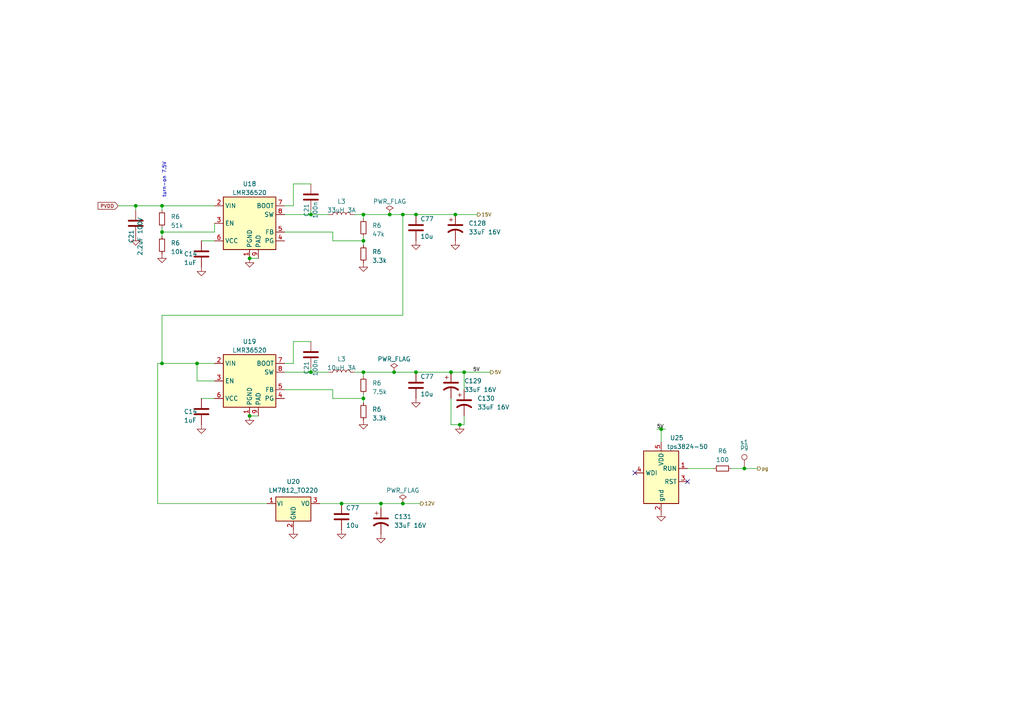
<source format=kicad_sch>
(kicad_sch (version 20230121) (generator eeschema)
  (paper "A4")
  (lib_symbols
    (symbol "Connector:TestPoint" (pin_numbers hide) (pin_names (offset 0.762) hide)
      (property "Reference" "TP" (at 0 6.858 0))
      (property "Value" "TestPoint" (at 0 5.08 0))
      (symbol "TestPoint_0_1"
        (circle (center 0 3.302) (radius 0.762))
      )
      (symbol "TestPoint_1_1"
        (pin passive line (at 0 0 90) (length 2.54) (name "1") (number "1"))
      )
    )
    (symbol "Device:C" (pin_numbers hide) (pin_names (offset 0.254))
      (property "Reference" "C" (at 0.635 2.54 0))
      (property "Value" "C" (at 0.635 -2.54 0))
      (symbol "C_0_1"
        (polyline (pts (xy -2.032 -0.762) (xy 2.032 -0.762)) (stroke (width 0.508)))
        (polyline (pts (xy -2.032 0.762) (xy 2.032 0.762)) (stroke (width 0.508)))
      )
      (symbol "C_1_1"
        (pin passive line (at 0 3.81 270) (length 2.794) (name "~") (number "1"))
        (pin passive line (at 0 -3.81 90) (length 2.794) (name "~") (number "2"))
      )
    )
    (symbol "Device:C_Polarized_US" (pin_numbers hide) (pin_names (offset 0.254) hide)
      (property "Reference" "C" (at 0.635 2.54 0))
      (property "Value" "C_Polarized_US" (at 0.635 -2.54 0))
      (symbol "C_Polarized_US_0_1"
        (polyline (pts (xy -2.032 0.762) (xy 2.032 0.762)) (stroke (width 0.508)))
        (polyline (pts (xy -1.778 2.286) (xy -0.762 2.286)))
        (polyline (pts (xy -1.27 1.778) (xy -1.27 2.794)))
        (arc (start 2.032 -1.27) (mid 0 -0.5572) (end -2.032 -1.27) (stroke (width 0.508)))
      )
      (symbol "C_Polarized_US_1_1"
        (pin passive line (at 0 3.81 270) (length 2.794) (name "~") (number "1"))
        (pin passive line (at 0 -3.81 90) (length 3.302) (name "~") (number "2"))
      )
    )
    (symbol "Device:L" (pin_numbers hide) (pin_names (offset 1.016) hide)
      (property "Reference" "L" (at -1.27 0 90))
      (property "Value" "L" (at 1.905 0 90))
      (symbol "L_0_1"
        (arc (start 0 -2.54) (mid 0.6323 -1.905) (end 0 -1.27))
        (arc (start 0 -1.27) (mid 0.6323 -0.635) (end 0 0))
        (arc (start 0 0) (mid 0.6323 0.635) (end 0 1.27))
        (arc (start 0 1.27) (mid 0.6323 1.905) (end 0 2.54))
      )
      (symbol "L_1_1"
        (pin passive line (at 0 3.81 270) (length 1.27) (name "1") (number "1"))
        (pin passive line (at 0 -3.81 90) (length 1.27) (name "2") (number "2"))
      )
    )
    (symbol "Device:R_Small" (pin_numbers hide) (pin_names (offset 0.254) hide)
      (property "Reference" "R" (at 0.762 0.508 0))
      (property "Value" "R_Small" (at 0.762 -1.016 0))
      (symbol "R_Small_0_1"
        (rectangle (start -0.762 1.778) (end 0.762 -1.778) (stroke (width 0.2032)))
      )
      (symbol "R_Small_1_1"
        (pin passive line (at 0 2.54 270) (length 0.762) (name "~") (number "1"))
        (pin passive line (at 0 -2.54 90) (length 0.762) (name "~") (number "2"))
      )
    )
    (symbol "Regulator_Linear:LM7812_TO220" (pin_names (offset 0.254))
      (property "Reference" "U" (at -3.81 3.175 0))
      (property "Value" "LM7812_TO220" (at 0 3.175 0))
      (symbol "LM7812_TO220_0_1"
        (rectangle (start -5.08 1.905) (end 5.08 -5.08) (stroke (width 0.254)) (fill (type background)))
      )
      (symbol "LM7812_TO220_1_1"
        (pin power_in line (at -7.62 0 0) (length 2.54) (name "VI") (number "1"))
        (pin power_in line (at 0 -7.62 90) (length 2.54) (name "GND") (number "2"))
        (pin power_out line (at 7.62 0 180) (length 2.54) (name "VO") (number "3"))
      )
    )
    (symbol "invendelirium_ic:LMR36520"
      (property "Reference" "U" (at 0 11.43 0))
      (property "Value" "LMR36520" (at 0 8.89 0))
      (symbol "LMR36520_0_1"
        (rectangle (start -7.62 7.62) (end 7.62 -7.62) (stroke (width 0.254)) (fill (type background)))
      )
      (symbol "LMR36520_1_1"
        (pin power_in line (at 0 -10.16 90) (length 2.54) (name "PGND") (number "1"))
        (pin power_in line (at -10.16 5.08 0) (length 2.54) (name "VIN") (number "2"))
        (pin input line (at -10.16 0 0) (length 2.54) (name "EN") (number "3"))
        (pin open_collector line (at 10.16 -5.08 180) (length 2.54) (name "PG") (number "4"))
        (pin input line (at 10.16 -2.54 180) (length 2.54) (name "FB") (number "5"))
        (pin power_out line (at -10.16 -5.08 0) (length 2.54) (name "VCC") (number "6"))
        (pin input line (at 10.16 5.08 180) (length 2.54) (name "BOOT") (number "7"))
        (pin output line (at 10.16 2.54 180) (length 2.54) (name "SW") (number "8"))
        (pin power_in line (at 2.54 -10.16 90) (length 2.54) (name "PAD") (number "9"))
      )
    )
    (symbol "invendelirium_ic:TPS3824"
      (property "Reference" "U" (at -5.08 8.89 0))
      (symbol "TPS3824_0_1"
        (rectangle (start 5.08 7.62) (end -5.08 -7.62) (stroke (width 0.254)) (fill (type background)))
      )
      (symbol "TPS3824_1_1"
        (pin output line (at 7.62 2.54 180) (length 2.54) (name "RUN") (number "1"))
        (pin power_in line (at 0 -10.16 90) (length 2.54) (name "gnd") (number "2"))
        (pin output line (at 7.62 -1.27 180) (length 2.54) (name "RST") (number "3"))
        (pin passive line (at -7.62 1.27 0) (length 2.54) (name "WDI") (number "4"))
        (pin power_in line (at 0 10.16 270) (length 2.54) (name "VDD") (number "5"))
      )
    )
    (symbol "power:GND" (power) (pin_names (offset 0))
      (property "Value" "GND" (at 0 -3.81 0))
      (symbol "GND_0_1"
        (polyline (pts (xy 0 0) (xy 0 -1.27) (xy 1.27 -1.27) (xy 0 -2.54) (xy -1.27 -1.27) (xy 0 -1.27)))
      )
      (symbol "GND_1_1"
        (pin power_in line (at 0 0 270) (length 0) hide (name "GND") (number "1"))
      )
    )
    (symbol "power:PWR_FLAG" (power) (pin_numbers hide) (pin_names (offset 0) hide)
      (property "Value" "PWR_FLAG" (at 0 3.81 0))
      (symbol "PWR_FLAG_0_0"
        (pin power_out line (at 0 0 90) (length 0) (name "pwr") (number "1"))
      )
      (symbol "PWR_FLAG_0_1"
        (polyline (pts (xy 0 0) (xy 0 1.27) (xy -1.016 1.905) (xy 0 2.54) (xy 1.016 1.905) (xy 0 1.27)))
      )
    )
  )
  (junction (at 132.08 62.23))
  (junction (at 46.99 67.31))
  (junction (at 110.49 146.05))
  (junction (at 90.17 62.23))
  (junction (at 90.17 107.95))
  (junction (at 39.37 59.69))
  (junction (at 130.81 107.95))
  (junction (at 191.77 124.46))
  (junction (at 215.9 135.89))
  (junction (at 46.99 105.41))
  (junction (at 105.41 62.23))
  (junction (at 105.41 69.85))
  (junction (at 72.39 74.93))
  (junction (at 57.15 105.41))
  (junction (at 133.35 123.19))
  (junction (at 72.39 120.65))
  (junction (at 116.84 62.23))
  (junction (at 105.41 115.57))
  (junction (at 114.3 107.95))
  (junction (at 120.65 62.23))
  (junction (at 120.65 107.95))
  (junction (at 116.84 146.05))
  (junction (at 99.06 146.05))
  (junction (at 105.41 107.95))
  (junction (at 113.03 62.23))
  (junction (at 134.62 107.95))
  (junction (at 46.99 59.69))
  (no_connect (at 184.15 137.16))
  (no_connect (at 199.39 139.7))
  (wire (pts (xy 85.09 105.41) (xy 85.09 99.06)))
  (wire (pts (xy 39.37 59.69) (xy 46.99 59.69)))
  (wire (pts (xy 45.72 146.05) (xy 45.72 105.41)))
  (wire (pts (xy 46.99 105.41) (xy 57.15 105.41)))
  (wire (pts (xy 120.65 107.95) (xy 130.81 107.95)))
  (wire (pts (xy 191.77 124.46) (xy 191.77 128.27)))
  (wire (pts (xy 46.99 59.69) (xy 62.23 59.69)))
  (wire (pts (xy 96.52 113.03) (xy 96.52 115.57)))
  (wire (pts (xy 96.52 67.31) (xy 96.52 69.85)))
  (wire (pts (xy 132.08 62.23) (xy 138.43 62.23)))
  (wire (pts (xy 134.62 123.19) (xy 133.35 123.19)))
  (wire (pts (xy 116.84 146.05) (xy 121.92 146.05)))
  (wire (pts (xy 58.42 69.85) (xy 62.23 69.85)))
  (wire (pts (xy 57.15 110.49) (xy 57.15 105.41)))
  (wire (pts (xy 134.62 107.95) (xy 134.62 113.03)))
  (wire (pts (xy 58.42 115.57) (xy 62.23 115.57)))
  (wire (pts (xy 116.84 62.23) (xy 120.65 62.23)))
  (wire (pts (xy 120.65 62.23) (xy 132.08 62.23)))
  (wire (pts (xy 62.23 110.49) (xy 57.15 110.49)))
  (wire (pts (xy 105.41 62.23) (xy 113.03 62.23)))
  (wire (pts (xy 72.39 74.93) (xy 74.93 74.93)))
  (wire (pts (xy 62.23 64.77) (xy 62.23 67.31)))
  (wire (pts (xy 46.99 105.41) (xy 46.99 91.44)))
  (wire (pts (xy 110.49 146.05) (xy 110.49 147.32)))
  (wire (pts (xy 134.62 120.65) (xy 134.62 123.19)))
  (wire (pts (xy 46.99 59.69) (xy 46.99 60.96)))
  (wire (pts (xy 85.09 59.69) (xy 85.09 53.34)))
  (wire (pts (xy 191.77 124.46) (xy 193.04 124.46)))
  (wire (pts (xy 116.84 91.44) (xy 116.84 62.23)))
  (wire (pts (xy 105.41 114.3) (xy 105.41 115.57)))
  (wire (pts (xy 130.81 115.57) (xy 130.81 123.19)))
  (wire (pts (xy 46.99 67.31) (xy 46.99 68.58)))
  (wire (pts (xy 212.09 135.89) (xy 215.9 135.89)))
  (wire (pts (xy 92.71 146.05) (xy 99.06 146.05)))
  (wire (pts (xy 130.81 107.95) (xy 134.62 107.95)))
  (wire (pts (xy 82.55 105.41) (xy 85.09 105.41)))
  (wire (pts (xy 110.49 146.05) (xy 116.84 146.05)))
  (wire (pts (xy 102.87 107.95) (xy 105.41 107.95)))
  (wire (pts (xy 199.39 135.89) (xy 207.01 135.89)))
  (wire (pts (xy 72.39 120.65) (xy 74.93 120.65)))
  (wire (pts (xy 190.5 124.46) (xy 191.77 124.46)))
  (wire (pts (xy 82.55 62.23) (xy 90.17 62.23)))
  (wire (pts (xy 85.09 99.06) (xy 90.17 99.06)))
  (wire (pts (xy 57.15 105.41) (xy 62.23 105.41)))
  (wire (pts (xy 105.41 62.23) (xy 105.41 63.5)))
  (wire (pts (xy 105.41 107.95) (xy 105.41 109.22)))
  (wire (pts (xy 90.17 62.23) (xy 95.25 62.23)))
  (wire (pts (xy 77.47 146.05) (xy 45.72 146.05)))
  (wire (pts (xy 39.37 60.96) (xy 39.37 59.69)))
  (wire (pts (xy 114.3 107.95) (xy 120.65 107.95)))
  (wire (pts (xy 82.55 59.69) (xy 85.09 59.69)))
  (wire (pts (xy 82.55 67.31) (xy 96.52 67.31)))
  (wire (pts (xy 102.87 62.23) (xy 105.41 62.23)))
  (wire (pts (xy 105.41 68.58) (xy 105.41 69.85)))
  (wire (pts (xy 215.9 135.89) (xy 219.71 135.89)))
  (wire (pts (xy 46.99 66.04) (xy 46.99 67.31)))
  (wire (pts (xy 96.52 69.85) (xy 105.41 69.85)))
  (wire (pts (xy 105.41 107.95) (xy 114.3 107.95)))
  (wire (pts (xy 62.23 67.31) (xy 46.99 67.31)))
  (wire (pts (xy 82.55 113.03) (xy 96.52 113.03)))
  (wire (pts (xy 90.17 62.23) (xy 90.17 60.96)))
  (wire (pts (xy 99.06 146.05) (xy 110.49 146.05)))
  (wire (pts (xy 82.55 107.95) (xy 90.17 107.95)))
  (wire (pts (xy 105.41 115.57) (xy 105.41 116.84)))
  (wire (pts (xy 85.09 53.34) (xy 90.17 53.34)))
  (wire (pts (xy 90.17 107.95) (xy 95.25 107.95)))
  (wire (pts (xy 134.62 107.95) (xy 142.24 107.95)))
  (wire (pts (xy 105.41 69.85) (xy 105.41 71.12)))
  (wire (pts (xy 34.29 59.69) (xy 39.37 59.69)))
  (wire (pts (xy 90.17 107.95) (xy 90.17 106.68)))
  (wire (pts (xy 46.99 91.44) (xy 116.84 91.44)))
  (wire (pts (xy 45.72 105.41) (xy 46.99 105.41)))
  (wire (pts (xy 96.52 115.57) (xy 105.41 115.57)))
  (wire (pts (xy 113.03 62.23) (xy 116.84 62.23)))
  (wire (pts (xy 130.81 123.19) (xy 133.35 123.19)))
  (text "turn-on 7.5V" (at 48.26 46.99 90) (effects (font (size 1.016 1.016)) (justify right bottom)))
  (label "5V" (at 190.5 124.46 0) (effects (font (size 1.016 1.016))))
  (label "5V" (at 137.16 107.95 0) (effects (font (size 1.016 1.016))))
  (global_label "PVDD" (shape input) (at 34.29 59.69 180) (effects (font (size 1.016 1.016))) (property "Intersheetrefs" "${INTERSHEET_REFS}" (effects hide)))
  (hierarchical_label "12V" (shape output) (at 121.92 146.05 0) (effects (font (size 1.016 1.016))))
  (hierarchical_label "pg" (shape output) (at 219.71 135.89 0) (effects (font (size 1.016 1.016))))
  (hierarchical_label "5V" (shape output) (at 142.24 107.95 0) (effects (font (size 1.016 1.016))))
  (hierarchical_label "15V" (shape output) (at 138.43 62.23 0) (effects (font (size 1.016 1.016))))
  (symbol (lib_id "power:GND") (at 105.41 76.2 0) (unit 1)
    (property "Reference" "#PWR02" (effects hide))
    (property "Value" "GND" (effects hide))
    (instances (project "uberamp1" (path "" (reference "#PWR02") (unit 1)) (path "" (reference "#PWR070") (unit 1)) (path "" (reference "#PWR071") (unit 1)) (path "" (reference "#PWR072") (unit 1)) (path "" (reference "#PWR0131") (unit 1))))
  )
  (symbol (lib_id "power:GND") (at 110.49 154.94 0) (unit 1)
    (property "Reference" "#PWR02" (effects hide))
    (property "Value" "GND" (effects hide))
    (instances (project "uberamp1" (path "" (reference "#PWR02") (unit 1)) (path "" (reference "#PWR070") (unit 1)) (path "" (reference "#PWR071") (unit 1)) (path "" (reference "#PWR072") (unit 1)) (path "" (reference "#PWR0141") (unit 1))))
  )
  (symbol (lib_id "power:PWR_FLAG") (at 113.03 62.23 0) (unit 1)
    (property "Reference" "#FLG02" (effects hide))
    (property "Value" "PWR_FLAG" (at 113.03 58.42 0))
    (instances (project "uberamp1" (path "" (reference "#FLG02") (unit 1)) (path "" (reference "#FLG07") (unit 1))))
  )
  (symbol (lib_id "Regulator_Linear:LM7812_TO220") (at 85.09 146.05 0) (unit 1)
    (property "Reference" "U20" (at 85.09 139.7 0))
    (property "Value" "LM7812_TO220" (at 85.09 142.24 0))
    (property "Footprint" "Package_TO_SOT_THT:TO-220-3_Vertical" (effects hide))
    (property "Datasheet" "https://www.onsemi.cn/PowerSolutions/document/MC7800-D.PDF" (effects hide))
  )
  (symbol (lib_id "power:GND") (at 39.37 68.58 0) (unit 1)
    (property "Reference" "#PWR02" (effects hide))
    (property "Value" "GND" (effects hide))
    (instances (project "uberamp1" (path "" (reference "#PWR02") (unit 1)) (path "" (reference "#PWR070") (unit 1)) (path "" (reference "#PWR071") (unit 1)) (path "" (reference "#PWR072") (unit 1)) (path "" (reference "#PWR0130") (unit 1))))
  )
  (symbol (lib_id "power:GND") (at 191.77 148.59 0) (unit 1)
    (property "Reference" "#PWR02" (effects hide))
    (property "Value" "GND" (effects hide))
    (instances (project "uberamp1" (path "" (reference "#PWR02") (unit 1)) (path "" (reference "#PWR070") (unit 1)) (path "" (reference "#PWR071") (unit 1)) (path "" (reference "#PWR072") (unit 1)) (path "" (reference "#PWR0159") (unit 1))))
  )
  (symbol (lib_id "power:PWR_FLAG") (at 114.3 107.95 0) (unit 1)
    (property "Reference" "#FLG02" (effects hide))
    (property "Value" "PWR_FLAG" (at 114.3 104.14 0))
    (instances (project "uberamp1" (path "" (reference "#FLG02") (unit 1)) (path "" (reference "#FLG08") (unit 1))))
  )
  (symbol (lib_id "power:GND") (at 120.65 69.85 0) (unit 1)
    (property "Reference" "#PWR02" (effects hide))
    (property "Value" "GND" (effects hide))
    (instances (project "uberamp1" (path "" (reference "#PWR02") (unit 1)) (path "" (reference "#PWR070") (unit 1)) (path "" (reference "#PWR071") (unit 1)) (path "" (reference "#PWR072") (unit 1)) (path "" (reference "#PWR0129") (unit 1))))
  )
  (symbol (lib_id "power:GND") (at 132.08 69.85 0) (unit 1)
    (property "Reference" "#PWR02" (effects hide))
    (property "Value" "GND" (effects hide))
    (instances (project "uberamp1" (path "" (reference "#PWR02") (unit 1)) (path "" (reference "#PWR070") (unit 1)) (path "" (reference "#PWR071") (unit 1)) (path "" (reference "#PWR072") (unit 1)) (path "" (reference "#PWR0134") (unit 1))))
  )
  (symbol (lib_id "power:GND") (at 58.42 77.47 0) (unit 1)
    (property "Reference" "#PWR02" (effects hide))
    (property "Value" "GND" (effects hide))
    (instances (project "uberamp1" (path "" (reference "#PWR02") (unit 1)) (path "" (reference "#PWR070") (unit 1)) (path "" (reference "#PWR071") (unit 1)) (path "" (reference "#PWR072") (unit 1)) (path "" (reference "#PWR0132") (unit 1))))
  )
  (symbol (lib_id "Device:R_Small") (at 209.55 135.89 270) (unit 1)
    (property "Reference" "R6" (at 209.55 130.81 90))
    (property "Value" "100" (at 209.55 133.35 90))
    (property "Footprint" "invendelirium_audio:R_0603" (effects hide))
    (instances (project "uberamp1" (path "" (reference "R6") (unit 1)) (path "" (reference "R63") (unit 1)) (path "" (reference "R82") (unit 1)) (path "" (reference "R98") (unit 1)) (path "" (reference "R195") (unit 1))))
  )
  (symbol (lib_id "Device:C") (at 39.37 64.77 0) (unit 1)
    (property "Reference" "C21" (at 38.1 68.58 90))
    (property "Value" "2.2uF 100V" (at 40.64 68.58 90))
    (property "Footprint" "Capacitor_SMD:C_0805_2012Metric" (effects hide))
    (property "CatV" "370nF" (effects hide))
    (property "PN" "GRM21BD72A225ME1K" (effects hide))
    (instances (project "uberamp1" (path "" (reference "C21") (unit 1)) (path "" (reference "C58") (unit 1)) (path "" (reference "CU18") (unit 1))))
  )
  (symbol (lib_id "Device:R_Small") (at 46.99 63.5 180) (unit 1)
    (property "Reference" "R6" (at 49.53 62.865 0) (effects (justify right)))
    (property "Value" "51k" (at 49.53 65.405 0) (effects (justify right)))
    (property "Footprint" "invendelirium_audio:R_0603" (effects hide))
    (instances (project "uberamp1" (path "" (reference "R6") (unit 1)) (path "" (reference "R63") (unit 1)) (path "" (reference "R82") (unit 1)) (path "" (reference "R98") (unit 1)) (path "" (reference "R183") (unit 1))))
  )
  (symbol (lib_id "Device:C_Polarized_US") (at 110.49 151.13 0) (unit 1)
    (property "Reference" "C131" (at 114.3 149.86 0) (effects (justify left)))
    (property "Value" "33uF 16V" (at 114.3 152.4 0) (effects (justify left)))
    (property "Footprint" "invendelirium_audio:C_1206_pol" (effects hide))
    (property "PN" "TCTAL1C336M8R" (effects hide))
  )
  (symbol (lib_id "Device:C") (at 58.42 119.38 0) (unit 1)
    (property "Reference" "C14" (at 53.34 119.38 0) (effects (justify left)))
    (property "Value" "1uF" (at 53.34 121.92 0) (effects (justify left)))
    (property "Footprint" "invendelirium_audio:C_0603" (effects hide))
    (property "Voltage" "16V" (effects hide))
    (instances (project "uberamp1" (path "" (reference "C14") (unit 1)) (path "" (reference "C43") (unit 1)) (path "" (reference "C125") (unit 1))))
  )
  (symbol (lib_id "power:GND") (at 105.41 121.92 0) (unit 1)
    (property "Reference" "#PWR02" (effects hide))
    (property "Value" "GND" (effects hide))
    (instances (project "uberamp1" (path "" (reference "#PWR02") (unit 1)) (path "" (reference "#PWR070") (unit 1)) (path "" (reference "#PWR071") (unit 1)) (path "" (reference "#PWR072") (unit 1)) (path "" (reference "#PWR0137") (unit 1))))
  )
  (symbol (lib_id "power:GND") (at 120.65 115.57 0) (unit 1)
    (property "Reference" "#PWR02" (effects hide))
    (property "Value" "GND" (effects hide))
    (instances (project "uberamp1" (path "" (reference "#PWR02") (unit 1)) (path "" (reference "#PWR070") (unit 1)) (path "" (reference "#PWR071") (unit 1)) (path "" (reference "#PWR072") (unit 1)) (path "" (reference "#PWR0138") (unit 1))))
  )
  (symbol (lib_id "Device:C") (at 99.06 149.86 0) (unit 1)
    (property "Reference" "C77" (at 100.33 147.32 0) (effects (justify left)))
    (property "Value" "10u" (at 100.33 152.4 0) (effects (justify left)))
    (property "Footprint" "invendelirium_audio:C_0603" (effects hide))
    (property "Voltage" "16V" (effects hide))
    (instances (project "uberamp1" (path "" (reference "C77") (unit 1)) (path "" (reference "C78") (unit 1)) (path "" (reference "CU1") (unit 1)) (path "" (reference "CU4") (unit 1)) (path "" (reference "CU5") (unit 1)) (path "" (reference "CU6") (unit 1)) (path "" (reference "C132") (unit 1))))
  )
  (symbol (lib_id "Device:R_Small") (at 105.41 111.76 180) (unit 1)
    (property "Reference" "R6" (at 107.95 111.125 0) (effects (justify right)))
    (property "Value" "7.5k" (at 107.95 113.665 0) (effects (justify right)))
    (property "Footprint" "invendelirium_audio:R_0603" (effects hide))
    (instances (project "uberamp1" (path "" (reference "R6") (unit 1)) (path "" (reference "R63") (unit 1)) (path "" (reference "R82") (unit 1)) (path "" (reference "R98") (unit 1)) (path "" (reference "R187") (unit 1))))
  )
  (symbol (lib_id "power:GND") (at 133.35 123.19 0) (unit 1)
    (property "Reference" "#PWR02" (effects hide))
    (property "Value" "GND" (effects hide))
    (instances (project "uberamp1" (path "" (reference "#PWR02") (unit 1)) (path "" (reference "#PWR070") (unit 1)) (path "" (reference "#PWR071") (unit 1)) (path "" (reference "#PWR072") (unit 1)) (path "" (reference "#PWR0139") (unit 1))))
  )
  (symbol (lib_id "Device:C_Polarized_US") (at 134.62 116.84 0) (unit 1)
    (property "Reference" "C130" (at 138.43 115.57 0) (effects (justify left)))
    (property "Value" "33uF 16V" (at 138.43 118.11 0) (effects (justify left)))
    (property "Footprint" "invendelirium_audio:C_1206_pol" (effects hide))
    (property "PN" "TCTAL1C336M8R" (effects hide))
  )
  (symbol (lib_id "power:GND") (at 72.39 120.65 0) (unit 1)
    (property "Reference" "#PWR02" (effects hide))
    (property "Value" "GND" (effects hide))
    (instances (project "uberamp1" (path "" (reference "#PWR02") (unit 1)) (path "" (reference "#PWR070") (unit 1)) (path "" (reference "#PWR071") (unit 1)) (path "" (reference "#PWR072") (unit 1)) (path "" (reference "#PWR0136") (unit 1))))
  )
  (symbol (lib_id "Device:R_Small") (at 105.41 73.66 180) (unit 1)
    (property "Reference" "R6" (at 107.95 73.025 0) (effects (justify right)))
    (property "Value" "3.3k" (at 107.95 75.565 0) (effects (justify right)))
    (property "Footprint" "invendelirium_audio:R_0603" (effects hide))
    (instances (project "uberamp1" (path "" (reference "R6") (unit 1)) (path "" (reference "R63") (unit 1)) (path "" (reference "R82") (unit 1)) (path "" (reference "R98") (unit 1)) (path "" (reference "R181") (unit 1))))
  )
  (symbol (lib_id "Device:R_Small") (at 105.41 119.38 180) (unit 1)
    (property "Reference" "R6" (at 107.95 118.745 0) (effects (justify right)))
    (property "Value" "3.3k" (at 107.95 121.285 0) (effects (justify right)))
    (property "Footprint" "invendelirium_audio:R_0603" (effects hide))
    (instances (project "uberamp1" (path "" (reference "R6") (unit 1)) (path "" (reference "R63") (unit 1)) (path "" (reference "R82") (unit 1)) (path "" (reference "R98") (unit 1)) (path "" (reference "R188") (unit 1))))
  )
  (symbol (lib_id "Device:C") (at 58.42 73.66 0) (unit 1)
    (property "Reference" "C14" (at 53.34 73.66 0) (effects (justify left)))
    (property "Value" "1uF" (at 53.34 76.2 0) (effects (justify left)))
    (property "Footprint" "invendelirium_audio:C_0603" (effects hide))
    (property "Voltage" "16V" (effects hide))
    (instances (project "uberamp1" (path "" (reference "C14") (unit 1)) (path "" (reference "C43") (unit 1)) (path "" (reference "C124") (unit 1))))
  )
  (symbol (lib_id "power:GND") (at 58.42 123.19 0) (unit 1)
    (property "Reference" "#PWR02" (effects hide))
    (property "Value" "GND" (effects hide))
    (instances (project "uberamp1" (path "" (reference "#PWR02") (unit 1)) (path "" (reference "#PWR070") (unit 1)) (path "" (reference "#PWR071") (unit 1)) (path "" (reference "#PWR072") (unit 1)) (path "" (reference "#PWR0135") (unit 1))))
  )
  (symbol (lib_id "Device:L") (at 99.06 62.23 270) (mirror x) (unit 1)
    (property "Reference" "L3" (at 99.06 58.42 90))
    (property "Value" "33uH 3A" (at 99.06 60.96 90))
    (property "Footprint" "invendelirium_audio:SPM6545_horz" (effects hide))
    (instances (project "uberamp1" (path "" (reference "L3") (unit 1)) (path "" (reference "L7") (unit 1)) (path "" (reference "L9") (unit 1))))
  )
  (symbol (lib_id "Device:C_Polarized_US") (at 132.08 66.04 0) (unit 1)
    (property "Reference" "C128" (at 135.89 64.77 0) (effects (justify left)))
    (property "Value" "33uF 16V" (at 135.89 67.31 0) (effects (justify left)))
    (property "Footprint" "invendelirium_audio:C_1206_pol" (effects hide))
    (property "PN" "TCTAL1C336M8R" (effects hide))
  )
  (symbol (lib_id "Device:R_Small") (at 105.41 66.04 180) (unit 1)
    (property "Reference" "R6" (at 107.95 65.405 0) (effects (justify right)))
    (property "Value" "47k" (at 107.95 67.945 0) (effects (justify right)))
    (property "Footprint" "invendelirium_audio:R_0603" (effects hide))
    (instances (project "uberamp1" (path "" (reference "R6") (unit 1)) (path "" (reference "R63") (unit 1)) (path "" (reference "R82") (unit 1)) (path "" (reference "R98") (unit 1)) (path "" (reference "R182") (unit 1))))
  )
  (symbol (lib_id "Device:R_Small") (at 46.99 71.12 180) (unit 1)
    (property "Reference" "R6" (at 49.53 70.485 0) (effects (justify right)))
    (property "Value" "10k" (at 49.53 73.025 0) (effects (justify right)))
    (property "Footprint" "invendelirium_audio:R_0603" (effects hide))
    (instances (project "uberamp1" (path "" (reference "R6") (unit 1)) (path "" (reference "R63") (unit 1)) (path "" (reference "R82") (unit 1)) (path "" (reference "R98") (unit 1)) (path "" (reference "R184") (unit 1))))
  )
  (symbol (lib_id "Device:C") (at 120.65 66.04 0) (unit 1)
    (property "Reference" "C77" (at 121.92 63.5 0) (effects (justify left)))
    (property "Value" "10u" (at 121.92 68.58 0) (effects (justify left)))
    (property "Footprint" "invendelirium_audio:C_0603" (effects hide))
    (property "Voltage" "16V" (effects hide))
    (instances (project "uberamp1" (path "" (reference "C77") (unit 1)) (path "" (reference "C78") (unit 1)) (path "" (reference "CU1") (unit 1)) (path "" (reference "CU4") (unit 1)) (path "" (reference "CU5") (unit 1)) (path "" (reference "CU6") (unit 1)) (path "" (reference "CU18L") (unit 1))))
  )
  (symbol (lib_id "Connector:TestPoint") (at 215.9 135.89 0) (unit 1)
    (property "Reference" "s1" (at 214.63 128.27 0) (effects (justify left)))
    (property "Value" "pg" (at 214.63 129.54 0) (effects (justify left)))
    (property "Footprint" "invendelirium_general:pad_1.2x1.5" (effects hide))
    (instances (project "uberamp1" (path "" (reference "s1") (unit 1)) (path "" (reference "s3") (unit 1)) (path "" (reference "s5") (unit 1)) (path "" (reference "s7") (unit 1)) (path "" (reference "s11") (unit 1)) (path "" (reference "s25") (unit 1))))
  )
  (symbol (lib_id "invendelirium_ic:LMR36520") (at 72.39 110.49 0) (unit 1)
    (property "Reference" "U19" (at 72.39 99.06 0))
    (property "Value" "LMR36520" (at 72.39 101.6 0))
    (property "Footprint" "invendelirium_audio:SOIC-8-ppad" (effects hide))
  )
  (symbol (lib_id "Device:C_Polarized_US") (at 130.81 111.76 0) (unit 1)
    (property "Reference" "C129" (at 134.62 110.49 0) (effects (justify left)))
    (property "Value" "33uF 16V" (at 134.62 113.03 0) (effects (justify left)))
    (property "Footprint" "invendelirium_audio:C_1206_pol" (effects hide))
    (property "PN" "TCTAL1C336M8R" (effects hide))
  )
  (symbol (lib_id "power:GND") (at 46.99 73.66 0) (unit 1)
    (property "Reference" "#PWR02" (effects hide))
    (property "Value" "GND" (effects hide))
    (instances (project "uberamp1" (path "" (reference "#PWR02") (unit 1)) (path "" (reference "#PWR070") (unit 1)) (path "" (reference "#PWR071") (unit 1)) (path "" (reference "#PWR072") (unit 1)) (path "" (reference "#PWR0133") (unit 1))))
  )
  (symbol (lib_id "Device:C") (at 90.17 57.15 0) (unit 1)
    (property "Reference" "C21" (at 88.9 60.96 90))
    (property "Value" "100n" (at 91.44 60.96 90))
    (property "Footprint" "invendelirium_audio:C_0603" (effects hide))
    (property "Voltage" "16V" (effects hide))
    (instances (project "uberamp1" (path "" (reference "C21") (unit 1)) (path "" (reference "C58") (unit 1)) (path "" (reference "C123") (unit 1))))
  )
  (symbol (lib_id "power:GND") (at 99.06 153.67 0) (unit 1)
    (property "Reference" "#PWR02" (effects hide))
    (property "Value" "GND" (effects hide))
    (instances (project "uberamp1" (path "" (reference "#PWR02") (unit 1)) (path "" (reference "#PWR070") (unit 1)) (path "" (reference "#PWR071") (unit 1)) (path "" (reference "#PWR072") (unit 1)) (path "" (reference "#PWR0142") (unit 1))))
  )
  (symbol (lib_id "Device:L") (at 99.06 107.95 270) (mirror x) (unit 1)
    (property "Reference" "L3" (at 99.06 104.14 90))
    (property "Value" "10uH 3A" (at 99.06 106.68 90))
    (property "Footprint" "invendelirium_audio:ECS_MPI4040" (effects hide))
    (property "PN" "ECS-MPI4040R2-100-R" (effects hide))
    (instances (project "uberamp1" (path "" (reference "L3") (unit 1)) (path "" (reference "L7") (unit 1)) (path "" (reference "L10") (unit 1))))
  )
  (symbol (lib_id "invendelirium_ic:TPS3824") (at 191.77 138.43 0) (unit 1)
    (property "Reference" "U25" (at 194.31 127 0) (effects (justify left)))
    (property "Value" "tps3824-50" (at 199.39 129.54 0))
    (property "Footprint" "invendelirium_general:SOT-23-5" (effects hide))
  )
  (symbol (lib_id "Device:C") (at 120.65 111.76 0) (unit 1)
    (property "Reference" "C77" (at 121.92 109.22 0) (effects (justify left)))
    (property "Value" "10u" (at 121.92 114.3 0) (effects (justify left)))
    (property "Footprint" "invendelirium_audio:C_0603" (effects hide))
    (property "Voltage" "16V" (effects hide))
    (instances (project "uberamp1" (path "" (reference "C77") (unit 1)) (path "" (reference "C78") (unit 1)) (path "" (reference "CU1") (unit 1)) (path "" (reference "CU4") (unit 1)) (path "" (reference "CU5") (unit 1)) (path "" (reference "CU6") (unit 1)) (path "" (reference "C127") (unit 1))))
  )
  (symbol (lib_id "power:PWR_FLAG") (at 116.84 146.05 0) (unit 1)
    (property "Reference" "#FLG02" (effects hide))
    (property "Value" "PWR_FLAG" (at 116.84 142.24 0))
    (instances (project "uberamp1" (path "" (reference "#FLG02") (unit 1)) (path "" (reference "#FLG09") (unit 1))))
  )
  (symbol (lib_id "invendelirium_ic:LMR36520") (at 72.39 64.77 0) (unit 1)
    (property "Reference" "U18" (at 72.39 53.34 0))
    (property "Value" "LMR36520" (at 72.39 55.88 0))
    (property "Footprint" "invendelirium_audio:SOIC-8-ppad" (effects hide))
  )
  (symbol (lib_id "power:GND") (at 85.09 153.67 0) (unit 1)
    (property "Reference" "#PWR02" (effects hide))
    (property "Value" "GND" (effects hide))
    (instances (project "uberamp1" (path "" (reference "#PWR02") (unit 1)) (path "" (reference "#PWR070") (unit 1)) (path "" (reference "#PWR071") (unit 1)) (path "" (reference "#PWR072") (unit 1)) (path "" (reference "#PWR0140") (unit 1))))
  )
  (symbol (lib_id "Device:C") (at 90.17 102.87 0) (unit 1)
    (property "Reference" "C21" (at 88.9 106.68 90))
    (property "Value" "100n" (at 91.44 106.68 90))
    (property "Footprint" "invendelirium_audio:C_0603" (effects hide))
    (property "Voltage" "16V" (effects hide))
    (instances (project "uberamp1" (path "" (reference "C21") (unit 1)) (path "" (reference "C58") (unit 1)) (path "" (reference "C126") (unit 1))))
  )
  (symbol (lib_id "power:GND") (at 72.39 74.93 0) (unit 1)
    (property "Reference" "#PWR02" (effects hide))
    (property "Value" "GND" (effects hide))
    (instances (project "uberamp1" (path "" (reference "#PWR02") (unit 1)) (path "" (reference "#PWR070") (unit 1)) (path "" (reference "#PWR071") (unit 1)) (path "" (reference "#PWR072") (unit 1)) (path "" (reference "#PWR0128") (unit 1))))
  )
)
</source>
